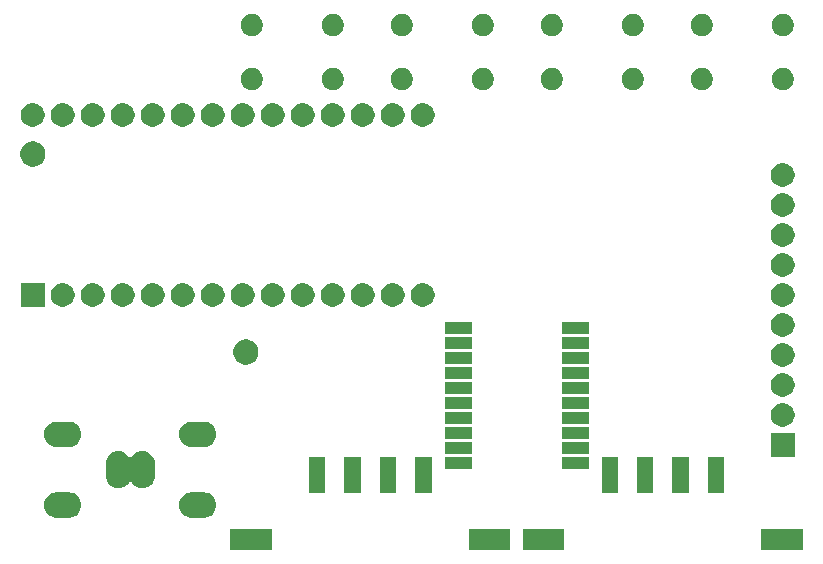
<source format=gbr>
G04 #@! TF.GenerationSoftware,KiCad,Pcbnew,5.0.2-bee76a0~70~ubuntu16.04.1*
G04 #@! TF.CreationDate,2019-08-01T21:54:42-04:00*
G04 #@! TF.ProjectId,Controller,436f6e74-726f-46c6-9c65-722e6b696361,rev?*
G04 #@! TF.SameCoordinates,PX5734380PY65bcec0*
G04 #@! TF.FileFunction,Soldermask,Bot*
G04 #@! TF.FilePolarity,Negative*
%FSLAX46Y46*%
G04 Gerber Fmt 4.6, Leading zero omitted, Abs format (unit mm)*
G04 Created by KiCad (PCBNEW 5.0.2-bee76a0~70~ubuntu16.04.1) date Thu 01 Aug 2019 09:54:42 PM EDT*
%MOMM*%
%LPD*%
G01*
G04 APERTURE LIST*
%ADD10C,0.100000*%
G04 APERTURE END LIST*
D10*
G36*
X67746000Y-46989700D02*
X64214000Y-46989700D01*
X64214000Y-45237700D01*
X67746000Y-45237700D01*
X67746000Y-46989700D01*
X67746000Y-46989700D01*
G37*
G36*
X47546000Y-46989700D02*
X44014000Y-46989700D01*
X44014000Y-45237700D01*
X47546000Y-45237700D01*
X47546000Y-46989700D01*
X47546000Y-46989700D01*
G37*
G36*
X42981000Y-46989700D02*
X39449000Y-46989700D01*
X39449000Y-45237700D01*
X42981000Y-45237700D01*
X42981000Y-46989700D01*
X42981000Y-46989700D01*
G37*
G36*
X22781000Y-46989700D02*
X19249000Y-46989700D01*
X19249000Y-45237700D01*
X22781000Y-45237700D01*
X22781000Y-46989700D01*
X22781000Y-46989700D01*
G37*
G36*
X5703114Y-42119176D02*
X5797168Y-42128439D01*
X5998299Y-42189451D01*
X6030899Y-42206876D01*
X6183662Y-42288529D01*
X6346133Y-42421867D01*
X6479471Y-42584338D01*
X6561124Y-42737101D01*
X6578549Y-42769701D01*
X6639561Y-42970832D01*
X6660162Y-43180000D01*
X6639561Y-43389168D01*
X6578549Y-43590299D01*
X6578546Y-43590304D01*
X6479471Y-43775662D01*
X6346133Y-43938133D01*
X6183662Y-44071471D01*
X6030899Y-44153124D01*
X5998299Y-44170549D01*
X5797168Y-44231561D01*
X5703114Y-44240824D01*
X5640413Y-44247000D01*
X4519587Y-44247000D01*
X4456886Y-44240824D01*
X4362832Y-44231561D01*
X4161701Y-44170549D01*
X4129101Y-44153124D01*
X3976338Y-44071471D01*
X3813867Y-43938133D01*
X3680529Y-43775662D01*
X3581454Y-43590304D01*
X3581451Y-43590299D01*
X3520439Y-43389168D01*
X3499838Y-43180000D01*
X3520439Y-42970832D01*
X3581451Y-42769701D01*
X3598876Y-42737101D01*
X3680529Y-42584338D01*
X3813867Y-42421867D01*
X3976338Y-42288529D01*
X4129101Y-42206876D01*
X4161701Y-42189451D01*
X4362832Y-42128439D01*
X4456886Y-42119176D01*
X4519587Y-42113000D01*
X5640413Y-42113000D01*
X5703114Y-42119176D01*
X5703114Y-42119176D01*
G37*
G36*
X17133114Y-42119176D02*
X17227168Y-42128439D01*
X17428299Y-42189451D01*
X17460899Y-42206876D01*
X17613662Y-42288529D01*
X17776133Y-42421867D01*
X17909471Y-42584338D01*
X17991124Y-42737101D01*
X18008549Y-42769701D01*
X18069561Y-42970832D01*
X18090162Y-43180000D01*
X18069561Y-43389168D01*
X18008549Y-43590299D01*
X18008546Y-43590304D01*
X17909471Y-43775662D01*
X17776133Y-43938133D01*
X17613662Y-44071471D01*
X17460899Y-44153124D01*
X17428299Y-44170549D01*
X17227168Y-44231561D01*
X17133114Y-44240824D01*
X17070413Y-44247000D01*
X15949587Y-44247000D01*
X15886886Y-44240824D01*
X15792832Y-44231561D01*
X15591701Y-44170549D01*
X15559101Y-44153124D01*
X15406338Y-44071471D01*
X15243867Y-43938133D01*
X15110529Y-43775662D01*
X15011454Y-43590304D01*
X15011451Y-43590299D01*
X14950439Y-43389168D01*
X14929838Y-43180000D01*
X14950439Y-42970832D01*
X15011451Y-42769701D01*
X15028876Y-42737101D01*
X15110529Y-42584338D01*
X15243867Y-42421867D01*
X15406338Y-42288529D01*
X15559101Y-42206876D01*
X15591701Y-42189451D01*
X15792832Y-42128439D01*
X15886886Y-42119176D01*
X15949587Y-42113000D01*
X17070413Y-42113000D01*
X17133114Y-42119176D01*
X17133114Y-42119176D01*
G37*
G36*
X58066000Y-42151500D02*
X56694000Y-42151500D01*
X56694000Y-39128500D01*
X58066000Y-39128500D01*
X58066000Y-42151500D01*
X58066000Y-42151500D01*
G37*
G36*
X36301000Y-42151500D02*
X34929000Y-42151500D01*
X34929000Y-39128500D01*
X36301000Y-39128500D01*
X36301000Y-42151500D01*
X36301000Y-42151500D01*
G37*
G36*
X33301000Y-42151500D02*
X31929000Y-42151500D01*
X31929000Y-39128500D01*
X33301000Y-39128500D01*
X33301000Y-42151500D01*
X33301000Y-42151500D01*
G37*
G36*
X30301000Y-42151500D02*
X28929000Y-42151500D01*
X28929000Y-39128500D01*
X30301000Y-39128500D01*
X30301000Y-42151500D01*
X30301000Y-42151500D01*
G37*
G36*
X27301000Y-42151500D02*
X25929000Y-42151500D01*
X25929000Y-39128500D01*
X27301000Y-39128500D01*
X27301000Y-42151500D01*
X27301000Y-42151500D01*
G37*
G36*
X52066000Y-42151500D02*
X50694000Y-42151500D01*
X50694000Y-39128500D01*
X52066000Y-39128500D01*
X52066000Y-42151500D01*
X52066000Y-42151500D01*
G37*
G36*
X55066000Y-42151500D02*
X53694000Y-42151500D01*
X53694000Y-39128500D01*
X55066000Y-39128500D01*
X55066000Y-42151500D01*
X55066000Y-42151500D01*
G37*
G36*
X61066000Y-42151500D02*
X59694000Y-42151500D01*
X59694000Y-39128500D01*
X61066000Y-39128500D01*
X61066000Y-42151500D01*
X61066000Y-42151500D01*
G37*
G36*
X12020167Y-38623239D02*
X12221298Y-38684251D01*
X12267025Y-38708692D01*
X12406661Y-38783329D01*
X12569133Y-38916667D01*
X12702471Y-39079138D01*
X12784124Y-39231901D01*
X12801549Y-39264501D01*
X12862561Y-39465632D01*
X12878000Y-39622389D01*
X12878000Y-40743211D01*
X12862561Y-40899968D01*
X12801549Y-41101099D01*
X12801546Y-41101104D01*
X12702471Y-41286462D01*
X12569133Y-41448933D01*
X12406662Y-41582271D01*
X12253899Y-41663924D01*
X12221299Y-41681349D01*
X12020168Y-41742361D01*
X11811000Y-41762962D01*
X11601833Y-41742361D01*
X11400702Y-41681349D01*
X11368102Y-41663924D01*
X11215339Y-41582271D01*
X11052868Y-41448933D01*
X10919530Y-41286461D01*
X10905239Y-41259726D01*
X10891625Y-41239352D01*
X10874298Y-41222025D01*
X10853923Y-41208411D01*
X10831284Y-41199034D01*
X10807250Y-41194254D01*
X10782746Y-41194254D01*
X10758713Y-41199035D01*
X10736074Y-41208413D01*
X10715700Y-41222027D01*
X10698373Y-41239354D01*
X10684759Y-41259728D01*
X10670468Y-41286465D01*
X10537133Y-41448933D01*
X10374662Y-41582271D01*
X10221899Y-41663924D01*
X10189299Y-41681349D01*
X9988168Y-41742361D01*
X9779000Y-41762962D01*
X9569833Y-41742361D01*
X9368702Y-41681349D01*
X9336102Y-41663924D01*
X9183339Y-41582271D01*
X9020868Y-41448933D01*
X8887531Y-41286463D01*
X8788453Y-41101101D01*
X8788452Y-41101099D01*
X8727439Y-40899968D01*
X8712000Y-40743211D01*
X8712000Y-39622390D01*
X8727439Y-39465633D01*
X8788451Y-39264502D01*
X8840799Y-39166566D01*
X8887529Y-39079139D01*
X9020867Y-38916667D01*
X9183338Y-38783329D01*
X9336101Y-38701676D01*
X9368701Y-38684251D01*
X9569832Y-38623239D01*
X9779000Y-38602638D01*
X9988167Y-38623239D01*
X10189298Y-38684251D01*
X10235025Y-38708692D01*
X10374661Y-38783329D01*
X10537133Y-38916667D01*
X10670468Y-39079135D01*
X10684759Y-39105872D01*
X10698373Y-39126246D01*
X10715700Y-39143574D01*
X10736075Y-39157188D01*
X10758714Y-39166565D01*
X10782747Y-39171346D01*
X10807251Y-39171346D01*
X10831285Y-39166566D01*
X10853924Y-39157189D01*
X10874298Y-39143575D01*
X10891626Y-39126248D01*
X10905240Y-39105873D01*
X10919530Y-39079138D01*
X11052867Y-38916667D01*
X11215338Y-38783329D01*
X11368101Y-38701676D01*
X11400701Y-38684251D01*
X11601832Y-38623239D01*
X11811000Y-38602638D01*
X12020167Y-38623239D01*
X12020167Y-38623239D01*
G37*
G36*
X39761160Y-40101520D02*
X37454840Y-40101520D01*
X37454840Y-39146480D01*
X39761160Y-39146480D01*
X39761160Y-40101520D01*
X39761160Y-40101520D01*
G37*
G36*
X49669700Y-40101520D02*
X47363380Y-40101520D01*
X47363380Y-39146480D01*
X49669700Y-39146480D01*
X49669700Y-40101520D01*
X49669700Y-40101520D01*
G37*
G36*
X67043500Y-39103500D02*
X65036500Y-39103500D01*
X65036500Y-37096500D01*
X67043500Y-37096500D01*
X67043500Y-39103500D01*
X67043500Y-39103500D01*
G37*
G36*
X49669700Y-38831520D02*
X47363380Y-38831520D01*
X47363380Y-37876480D01*
X49669700Y-37876480D01*
X49669700Y-38831520D01*
X49669700Y-38831520D01*
G37*
G36*
X39761160Y-38831520D02*
X37454840Y-38831520D01*
X37454840Y-37876480D01*
X39761160Y-37876480D01*
X39761160Y-38831520D01*
X39761160Y-38831520D01*
G37*
G36*
X5703114Y-36124776D02*
X5797168Y-36134039D01*
X5998299Y-36195051D01*
X6006985Y-36199694D01*
X6183662Y-36294129D01*
X6346133Y-36427467D01*
X6479471Y-36589938D01*
X6561124Y-36742701D01*
X6578549Y-36775301D01*
X6639561Y-36976432D01*
X6660162Y-37185600D01*
X6639561Y-37394768D01*
X6578549Y-37595899D01*
X6578546Y-37595904D01*
X6479471Y-37781262D01*
X6346133Y-37943733D01*
X6183662Y-38077071D01*
X6030899Y-38158724D01*
X5998299Y-38176149D01*
X5797168Y-38237161D01*
X5703114Y-38246424D01*
X5640413Y-38252600D01*
X4519587Y-38252600D01*
X4456886Y-38246424D01*
X4362832Y-38237161D01*
X4161701Y-38176149D01*
X4129101Y-38158724D01*
X3976338Y-38077071D01*
X3813867Y-37943733D01*
X3680529Y-37781262D01*
X3581454Y-37595904D01*
X3581451Y-37595899D01*
X3520439Y-37394768D01*
X3499838Y-37185600D01*
X3520439Y-36976432D01*
X3581451Y-36775301D01*
X3598876Y-36742701D01*
X3680529Y-36589938D01*
X3813867Y-36427467D01*
X3976338Y-36294129D01*
X4153015Y-36199694D01*
X4161701Y-36195051D01*
X4362832Y-36134039D01*
X4456886Y-36124776D01*
X4519587Y-36118600D01*
X5640413Y-36118600D01*
X5703114Y-36124776D01*
X5703114Y-36124776D01*
G37*
G36*
X17133114Y-36124776D02*
X17227168Y-36134039D01*
X17428299Y-36195051D01*
X17436985Y-36199694D01*
X17613662Y-36294129D01*
X17776133Y-36427467D01*
X17909471Y-36589938D01*
X17991124Y-36742701D01*
X18008549Y-36775301D01*
X18069561Y-36976432D01*
X18090162Y-37185600D01*
X18069561Y-37394768D01*
X18008549Y-37595899D01*
X18008546Y-37595904D01*
X17909471Y-37781262D01*
X17776133Y-37943733D01*
X17613662Y-38077071D01*
X17460899Y-38158724D01*
X17428299Y-38176149D01*
X17227168Y-38237161D01*
X17133114Y-38246424D01*
X17070413Y-38252600D01*
X15949587Y-38252600D01*
X15886886Y-38246424D01*
X15792832Y-38237161D01*
X15591701Y-38176149D01*
X15559101Y-38158724D01*
X15406338Y-38077071D01*
X15243867Y-37943733D01*
X15110529Y-37781262D01*
X15011454Y-37595904D01*
X15011451Y-37595899D01*
X14950439Y-37394768D01*
X14929838Y-37185600D01*
X14950439Y-36976432D01*
X15011451Y-36775301D01*
X15028876Y-36742701D01*
X15110529Y-36589938D01*
X15243867Y-36427467D01*
X15406338Y-36294129D01*
X15583015Y-36199694D01*
X15591701Y-36195051D01*
X15792832Y-36134039D01*
X15886886Y-36124776D01*
X15949587Y-36118600D01*
X17070413Y-36118600D01*
X17133114Y-36124776D01*
X17133114Y-36124776D01*
G37*
G36*
X49669700Y-37561520D02*
X47363380Y-37561520D01*
X47363380Y-36606480D01*
X49669700Y-36606480D01*
X49669700Y-37561520D01*
X49669700Y-37561520D01*
G37*
G36*
X39761160Y-37561520D02*
X37454840Y-37561520D01*
X37454840Y-36606480D01*
X39761160Y-36606480D01*
X39761160Y-37561520D01*
X39761160Y-37561520D01*
G37*
G36*
X66162988Y-34561304D02*
X66332710Y-34595063D01*
X66515336Y-34670709D01*
X66679694Y-34780530D01*
X66819470Y-34920306D01*
X66929291Y-35084664D01*
X67004937Y-35267290D01*
X67043500Y-35461164D01*
X67043500Y-35658836D01*
X67004937Y-35852710D01*
X66929291Y-36035336D01*
X66819470Y-36199694D01*
X66679694Y-36339470D01*
X66515336Y-36449291D01*
X66332710Y-36524937D01*
X66162988Y-36558696D01*
X66138837Y-36563500D01*
X65941163Y-36563500D01*
X65917012Y-36558696D01*
X65747290Y-36524937D01*
X65564664Y-36449291D01*
X65400306Y-36339470D01*
X65260530Y-36199694D01*
X65150709Y-36035336D01*
X65075063Y-35852710D01*
X65036500Y-35658836D01*
X65036500Y-35461164D01*
X65075063Y-35267290D01*
X65150709Y-35084664D01*
X65260530Y-34920306D01*
X65400306Y-34780530D01*
X65564664Y-34670709D01*
X65747290Y-34595063D01*
X65917012Y-34561304D01*
X65941163Y-34556500D01*
X66138837Y-34556500D01*
X66162988Y-34561304D01*
X66162988Y-34561304D01*
G37*
G36*
X39761160Y-36291520D02*
X37454840Y-36291520D01*
X37454840Y-35336480D01*
X39761160Y-35336480D01*
X39761160Y-36291520D01*
X39761160Y-36291520D01*
G37*
G36*
X49669700Y-36291520D02*
X47363380Y-36291520D01*
X47363380Y-35336480D01*
X49669700Y-35336480D01*
X49669700Y-36291520D01*
X49669700Y-36291520D01*
G37*
G36*
X49669700Y-35021520D02*
X47363380Y-35021520D01*
X47363380Y-34066480D01*
X49669700Y-34066480D01*
X49669700Y-35021520D01*
X49669700Y-35021520D01*
G37*
G36*
X39761160Y-35021520D02*
X37454840Y-35021520D01*
X37454840Y-34066480D01*
X39761160Y-34066480D01*
X39761160Y-35021520D01*
X39761160Y-35021520D01*
G37*
G36*
X66162988Y-32021304D02*
X66332710Y-32055063D01*
X66515336Y-32130709D01*
X66679694Y-32240530D01*
X66819470Y-32380306D01*
X66929291Y-32544664D01*
X67004937Y-32727290D01*
X67043500Y-32921164D01*
X67043500Y-33118836D01*
X67004937Y-33312710D01*
X66929291Y-33495336D01*
X66819470Y-33659694D01*
X66679694Y-33799470D01*
X66515336Y-33909291D01*
X66332710Y-33984937D01*
X66162988Y-34018696D01*
X66138837Y-34023500D01*
X65941163Y-34023500D01*
X65917012Y-34018696D01*
X65747290Y-33984937D01*
X65564664Y-33909291D01*
X65400306Y-33799470D01*
X65260530Y-33659694D01*
X65150709Y-33495336D01*
X65075063Y-33312710D01*
X65036500Y-33118836D01*
X65036500Y-32921164D01*
X65075063Y-32727290D01*
X65150709Y-32544664D01*
X65260530Y-32380306D01*
X65400306Y-32240530D01*
X65564664Y-32130709D01*
X65747290Y-32055063D01*
X65917012Y-32021304D01*
X65941163Y-32016500D01*
X66138837Y-32016500D01*
X66162988Y-32021304D01*
X66162988Y-32021304D01*
G37*
G36*
X39761160Y-33751520D02*
X37454840Y-33751520D01*
X37454840Y-32796480D01*
X39761160Y-32796480D01*
X39761160Y-33751520D01*
X39761160Y-33751520D01*
G37*
G36*
X49669700Y-33751520D02*
X47363380Y-33751520D01*
X47363380Y-32796480D01*
X49669700Y-32796480D01*
X49669700Y-33751520D01*
X49669700Y-33751520D01*
G37*
G36*
X49669700Y-32481520D02*
X47363380Y-32481520D01*
X47363380Y-31526480D01*
X49669700Y-31526480D01*
X49669700Y-32481520D01*
X49669700Y-32481520D01*
G37*
G36*
X39761160Y-32481520D02*
X37454840Y-32481520D01*
X37454840Y-31526480D01*
X39761160Y-31526480D01*
X39761160Y-32481520D01*
X39761160Y-32481520D01*
G37*
G36*
X66162988Y-29481304D02*
X66332710Y-29515063D01*
X66515336Y-29590709D01*
X66679694Y-29700530D01*
X66819470Y-29840306D01*
X66929291Y-30004664D01*
X67004937Y-30187290D01*
X67043500Y-30381164D01*
X67043500Y-30578836D01*
X67004937Y-30772710D01*
X66929291Y-30955336D01*
X66819470Y-31119694D01*
X66679694Y-31259470D01*
X66515336Y-31369291D01*
X66332710Y-31444937D01*
X66162988Y-31478696D01*
X66138837Y-31483500D01*
X65941163Y-31483500D01*
X65917012Y-31478696D01*
X65747290Y-31444937D01*
X65564664Y-31369291D01*
X65400306Y-31259470D01*
X65260530Y-31119694D01*
X65150709Y-30955336D01*
X65075063Y-30772710D01*
X65036500Y-30578836D01*
X65036500Y-30381164D01*
X65075063Y-30187290D01*
X65150709Y-30004664D01*
X65260530Y-29840306D01*
X65400306Y-29700530D01*
X65564664Y-29590709D01*
X65747290Y-29515063D01*
X65917012Y-29481304D01*
X65941163Y-29476500D01*
X66138837Y-29476500D01*
X66162988Y-29481304D01*
X66162988Y-29481304D01*
G37*
G36*
X20885231Y-29200003D02*
X21079415Y-29280437D01*
X21254176Y-29397209D01*
X21402791Y-29545824D01*
X21519563Y-29720585D01*
X21599997Y-29914769D01*
X21641000Y-30120908D01*
X21641000Y-30331092D01*
X21599997Y-30537231D01*
X21519563Y-30731415D01*
X21402791Y-30906176D01*
X21254176Y-31054791D01*
X21079415Y-31171563D01*
X20885231Y-31251997D01*
X20679092Y-31293000D01*
X20468908Y-31293000D01*
X20262769Y-31251997D01*
X20068585Y-31171563D01*
X19893824Y-31054791D01*
X19745209Y-30906176D01*
X19628437Y-30731415D01*
X19548003Y-30537231D01*
X19507000Y-30331092D01*
X19507000Y-30120908D01*
X19548003Y-29914769D01*
X19628437Y-29720585D01*
X19745209Y-29545824D01*
X19893824Y-29397209D01*
X20068585Y-29280437D01*
X20262769Y-29200003D01*
X20468908Y-29159000D01*
X20679092Y-29159000D01*
X20885231Y-29200003D01*
X20885231Y-29200003D01*
G37*
G36*
X39761160Y-31211520D02*
X37454840Y-31211520D01*
X37454840Y-30256480D01*
X39761160Y-30256480D01*
X39761160Y-31211520D01*
X39761160Y-31211520D01*
G37*
G36*
X49669700Y-31211520D02*
X47363380Y-31211520D01*
X47363380Y-30256480D01*
X49669700Y-30256480D01*
X49669700Y-31211520D01*
X49669700Y-31211520D01*
G37*
G36*
X39761160Y-29941520D02*
X37454840Y-29941520D01*
X37454840Y-28986480D01*
X39761160Y-28986480D01*
X39761160Y-29941520D01*
X39761160Y-29941520D01*
G37*
G36*
X49669700Y-29941520D02*
X47363380Y-29941520D01*
X47363380Y-28986480D01*
X49669700Y-28986480D01*
X49669700Y-29941520D01*
X49669700Y-29941520D01*
G37*
G36*
X66162988Y-26941304D02*
X66332710Y-26975063D01*
X66515336Y-27050709D01*
X66679694Y-27160530D01*
X66819470Y-27300306D01*
X66929291Y-27464664D01*
X67004937Y-27647290D01*
X67043500Y-27841164D01*
X67043500Y-28038836D01*
X67004937Y-28232710D01*
X66929291Y-28415336D01*
X66819470Y-28579694D01*
X66679694Y-28719470D01*
X66515336Y-28829291D01*
X66332710Y-28904937D01*
X66162988Y-28938696D01*
X66138837Y-28943500D01*
X65941163Y-28943500D01*
X65917012Y-28938696D01*
X65747290Y-28904937D01*
X65564664Y-28829291D01*
X65400306Y-28719470D01*
X65260530Y-28579694D01*
X65150709Y-28415336D01*
X65075063Y-28232710D01*
X65036500Y-28038836D01*
X65036500Y-27841164D01*
X65075063Y-27647290D01*
X65150709Y-27464664D01*
X65260530Y-27300306D01*
X65400306Y-27160530D01*
X65564664Y-27050709D01*
X65747290Y-26975063D01*
X65917012Y-26941304D01*
X65941163Y-26936500D01*
X66138837Y-26936500D01*
X66162988Y-26941304D01*
X66162988Y-26941304D01*
G37*
G36*
X39761160Y-28671520D02*
X37454840Y-28671520D01*
X37454840Y-27716480D01*
X39761160Y-27716480D01*
X39761160Y-28671520D01*
X39761160Y-28671520D01*
G37*
G36*
X49669700Y-28671520D02*
X47363380Y-28671520D01*
X47363380Y-27716480D01*
X49669700Y-27716480D01*
X49669700Y-28671520D01*
X49669700Y-28671520D01*
G37*
G36*
X66162988Y-24401304D02*
X66332710Y-24435063D01*
X66515336Y-24510709D01*
X66679694Y-24620530D01*
X66819470Y-24760306D01*
X66929291Y-24924664D01*
X67004937Y-25107290D01*
X67043500Y-25301164D01*
X67043500Y-25498836D01*
X67004937Y-25692710D01*
X66929291Y-25875336D01*
X66819470Y-26039694D01*
X66679694Y-26179470D01*
X66515336Y-26289291D01*
X66332710Y-26364937D01*
X66162988Y-26398696D01*
X66138837Y-26403500D01*
X65941163Y-26403500D01*
X65917012Y-26398696D01*
X65747290Y-26364937D01*
X65564664Y-26289291D01*
X65400306Y-26179470D01*
X65260530Y-26039694D01*
X65150709Y-25875336D01*
X65075063Y-25692710D01*
X65036500Y-25498836D01*
X65036500Y-25301164D01*
X65075063Y-25107290D01*
X65150709Y-24924664D01*
X65260530Y-24760306D01*
X65400306Y-24620530D01*
X65564664Y-24510709D01*
X65747290Y-24435063D01*
X65917012Y-24401304D01*
X65941163Y-24396500D01*
X66138837Y-24396500D01*
X66162988Y-24401304D01*
X66162988Y-24401304D01*
G37*
G36*
X15362988Y-24401304D02*
X15532710Y-24435063D01*
X15715336Y-24510709D01*
X15879694Y-24620530D01*
X16019470Y-24760306D01*
X16129291Y-24924664D01*
X16204937Y-25107290D01*
X16243500Y-25301164D01*
X16243500Y-25498836D01*
X16204937Y-25692710D01*
X16129291Y-25875336D01*
X16019470Y-26039694D01*
X15879694Y-26179470D01*
X15715336Y-26289291D01*
X15532710Y-26364937D01*
X15362988Y-26398696D01*
X15338837Y-26403500D01*
X15141163Y-26403500D01*
X15117012Y-26398696D01*
X14947290Y-26364937D01*
X14764664Y-26289291D01*
X14600306Y-26179470D01*
X14460530Y-26039694D01*
X14350709Y-25875336D01*
X14275063Y-25692710D01*
X14236500Y-25498836D01*
X14236500Y-25301164D01*
X14275063Y-25107290D01*
X14350709Y-24924664D01*
X14460530Y-24760306D01*
X14600306Y-24620530D01*
X14764664Y-24510709D01*
X14947290Y-24435063D01*
X15117012Y-24401304D01*
X15141163Y-24396500D01*
X15338837Y-24396500D01*
X15362988Y-24401304D01*
X15362988Y-24401304D01*
G37*
G36*
X30602988Y-24401304D02*
X30772710Y-24435063D01*
X30955336Y-24510709D01*
X31119694Y-24620530D01*
X31259470Y-24760306D01*
X31369291Y-24924664D01*
X31444937Y-25107290D01*
X31483500Y-25301164D01*
X31483500Y-25498836D01*
X31444937Y-25692710D01*
X31369291Y-25875336D01*
X31259470Y-26039694D01*
X31119694Y-26179470D01*
X30955336Y-26289291D01*
X30772710Y-26364937D01*
X30602988Y-26398696D01*
X30578837Y-26403500D01*
X30381163Y-26403500D01*
X30357012Y-26398696D01*
X30187290Y-26364937D01*
X30004664Y-26289291D01*
X29840306Y-26179470D01*
X29700530Y-26039694D01*
X29590709Y-25875336D01*
X29515063Y-25692710D01*
X29476500Y-25498836D01*
X29476500Y-25301164D01*
X29515063Y-25107290D01*
X29590709Y-24924664D01*
X29700530Y-24760306D01*
X29840306Y-24620530D01*
X30004664Y-24510709D01*
X30187290Y-24435063D01*
X30357012Y-24401304D01*
X30381163Y-24396500D01*
X30578837Y-24396500D01*
X30602988Y-24401304D01*
X30602988Y-24401304D01*
G37*
G36*
X12822988Y-24401304D02*
X12992710Y-24435063D01*
X13175336Y-24510709D01*
X13339694Y-24620530D01*
X13479470Y-24760306D01*
X13589291Y-24924664D01*
X13664937Y-25107290D01*
X13703500Y-25301164D01*
X13703500Y-25498836D01*
X13664937Y-25692710D01*
X13589291Y-25875336D01*
X13479470Y-26039694D01*
X13339694Y-26179470D01*
X13175336Y-26289291D01*
X12992710Y-26364937D01*
X12822988Y-26398696D01*
X12798837Y-26403500D01*
X12601163Y-26403500D01*
X12577012Y-26398696D01*
X12407290Y-26364937D01*
X12224664Y-26289291D01*
X12060306Y-26179470D01*
X11920530Y-26039694D01*
X11810709Y-25875336D01*
X11735063Y-25692710D01*
X11696500Y-25498836D01*
X11696500Y-25301164D01*
X11735063Y-25107290D01*
X11810709Y-24924664D01*
X11920530Y-24760306D01*
X12060306Y-24620530D01*
X12224664Y-24510709D01*
X12407290Y-24435063D01*
X12577012Y-24401304D01*
X12601163Y-24396500D01*
X12798837Y-24396500D01*
X12822988Y-24401304D01*
X12822988Y-24401304D01*
G37*
G36*
X10282988Y-24401304D02*
X10452710Y-24435063D01*
X10635336Y-24510709D01*
X10799694Y-24620530D01*
X10939470Y-24760306D01*
X11049291Y-24924664D01*
X11124937Y-25107290D01*
X11163500Y-25301164D01*
X11163500Y-25498836D01*
X11124937Y-25692710D01*
X11049291Y-25875336D01*
X10939470Y-26039694D01*
X10799694Y-26179470D01*
X10635336Y-26289291D01*
X10452710Y-26364937D01*
X10282988Y-26398696D01*
X10258837Y-26403500D01*
X10061163Y-26403500D01*
X10037012Y-26398696D01*
X9867290Y-26364937D01*
X9684664Y-26289291D01*
X9520306Y-26179470D01*
X9380530Y-26039694D01*
X9270709Y-25875336D01*
X9195063Y-25692710D01*
X9156500Y-25498836D01*
X9156500Y-25301164D01*
X9195063Y-25107290D01*
X9270709Y-24924664D01*
X9380530Y-24760306D01*
X9520306Y-24620530D01*
X9684664Y-24510709D01*
X9867290Y-24435063D01*
X10037012Y-24401304D01*
X10061163Y-24396500D01*
X10258837Y-24396500D01*
X10282988Y-24401304D01*
X10282988Y-24401304D01*
G37*
G36*
X7742988Y-24401304D02*
X7912710Y-24435063D01*
X8095336Y-24510709D01*
X8259694Y-24620530D01*
X8399470Y-24760306D01*
X8509291Y-24924664D01*
X8584937Y-25107290D01*
X8623500Y-25301164D01*
X8623500Y-25498836D01*
X8584937Y-25692710D01*
X8509291Y-25875336D01*
X8399470Y-26039694D01*
X8259694Y-26179470D01*
X8095336Y-26289291D01*
X7912710Y-26364937D01*
X7742988Y-26398696D01*
X7718837Y-26403500D01*
X7521163Y-26403500D01*
X7497012Y-26398696D01*
X7327290Y-26364937D01*
X7144664Y-26289291D01*
X6980306Y-26179470D01*
X6840530Y-26039694D01*
X6730709Y-25875336D01*
X6655063Y-25692710D01*
X6616500Y-25498836D01*
X6616500Y-25301164D01*
X6655063Y-25107290D01*
X6730709Y-24924664D01*
X6840530Y-24760306D01*
X6980306Y-24620530D01*
X7144664Y-24510709D01*
X7327290Y-24435063D01*
X7497012Y-24401304D01*
X7521163Y-24396500D01*
X7718837Y-24396500D01*
X7742988Y-24401304D01*
X7742988Y-24401304D01*
G37*
G36*
X5202988Y-24401304D02*
X5372710Y-24435063D01*
X5555336Y-24510709D01*
X5719694Y-24620530D01*
X5859470Y-24760306D01*
X5969291Y-24924664D01*
X6044937Y-25107290D01*
X6083500Y-25301164D01*
X6083500Y-25498836D01*
X6044937Y-25692710D01*
X5969291Y-25875336D01*
X5859470Y-26039694D01*
X5719694Y-26179470D01*
X5555336Y-26289291D01*
X5372710Y-26364937D01*
X5202988Y-26398696D01*
X5178837Y-26403500D01*
X4981163Y-26403500D01*
X4957012Y-26398696D01*
X4787290Y-26364937D01*
X4604664Y-26289291D01*
X4440306Y-26179470D01*
X4300530Y-26039694D01*
X4190709Y-25875336D01*
X4115063Y-25692710D01*
X4076500Y-25498836D01*
X4076500Y-25301164D01*
X4115063Y-25107290D01*
X4190709Y-24924664D01*
X4300530Y-24760306D01*
X4440306Y-24620530D01*
X4604664Y-24510709D01*
X4787290Y-24435063D01*
X4957012Y-24401304D01*
X4981163Y-24396500D01*
X5178837Y-24396500D01*
X5202988Y-24401304D01*
X5202988Y-24401304D01*
G37*
G36*
X3543500Y-26403500D02*
X1536500Y-26403500D01*
X1536500Y-24396500D01*
X3543500Y-24396500D01*
X3543500Y-26403500D01*
X3543500Y-26403500D01*
G37*
G36*
X20442988Y-24401304D02*
X20612710Y-24435063D01*
X20795336Y-24510709D01*
X20959694Y-24620530D01*
X21099470Y-24760306D01*
X21209291Y-24924664D01*
X21284937Y-25107290D01*
X21323500Y-25301164D01*
X21323500Y-25498836D01*
X21284937Y-25692710D01*
X21209291Y-25875336D01*
X21099470Y-26039694D01*
X20959694Y-26179470D01*
X20795336Y-26289291D01*
X20612710Y-26364937D01*
X20442988Y-26398696D01*
X20418837Y-26403500D01*
X20221163Y-26403500D01*
X20197012Y-26398696D01*
X20027290Y-26364937D01*
X19844664Y-26289291D01*
X19680306Y-26179470D01*
X19540530Y-26039694D01*
X19430709Y-25875336D01*
X19355063Y-25692710D01*
X19316500Y-25498836D01*
X19316500Y-25301164D01*
X19355063Y-25107290D01*
X19430709Y-24924664D01*
X19540530Y-24760306D01*
X19680306Y-24620530D01*
X19844664Y-24510709D01*
X20027290Y-24435063D01*
X20197012Y-24401304D01*
X20221163Y-24396500D01*
X20418837Y-24396500D01*
X20442988Y-24401304D01*
X20442988Y-24401304D01*
G37*
G36*
X22982988Y-24401304D02*
X23152710Y-24435063D01*
X23335336Y-24510709D01*
X23499694Y-24620530D01*
X23639470Y-24760306D01*
X23749291Y-24924664D01*
X23824937Y-25107290D01*
X23863500Y-25301164D01*
X23863500Y-25498836D01*
X23824937Y-25692710D01*
X23749291Y-25875336D01*
X23639470Y-26039694D01*
X23499694Y-26179470D01*
X23335336Y-26289291D01*
X23152710Y-26364937D01*
X22982988Y-26398696D01*
X22958837Y-26403500D01*
X22761163Y-26403500D01*
X22737012Y-26398696D01*
X22567290Y-26364937D01*
X22384664Y-26289291D01*
X22220306Y-26179470D01*
X22080530Y-26039694D01*
X21970709Y-25875336D01*
X21895063Y-25692710D01*
X21856500Y-25498836D01*
X21856500Y-25301164D01*
X21895063Y-25107290D01*
X21970709Y-24924664D01*
X22080530Y-24760306D01*
X22220306Y-24620530D01*
X22384664Y-24510709D01*
X22567290Y-24435063D01*
X22737012Y-24401304D01*
X22761163Y-24396500D01*
X22958837Y-24396500D01*
X22982988Y-24401304D01*
X22982988Y-24401304D01*
G37*
G36*
X25522988Y-24401304D02*
X25692710Y-24435063D01*
X25875336Y-24510709D01*
X26039694Y-24620530D01*
X26179470Y-24760306D01*
X26289291Y-24924664D01*
X26364937Y-25107290D01*
X26403500Y-25301164D01*
X26403500Y-25498836D01*
X26364937Y-25692710D01*
X26289291Y-25875336D01*
X26179470Y-26039694D01*
X26039694Y-26179470D01*
X25875336Y-26289291D01*
X25692710Y-26364937D01*
X25522988Y-26398696D01*
X25498837Y-26403500D01*
X25301163Y-26403500D01*
X25277012Y-26398696D01*
X25107290Y-26364937D01*
X24924664Y-26289291D01*
X24760306Y-26179470D01*
X24620530Y-26039694D01*
X24510709Y-25875336D01*
X24435063Y-25692710D01*
X24396500Y-25498836D01*
X24396500Y-25301164D01*
X24435063Y-25107290D01*
X24510709Y-24924664D01*
X24620530Y-24760306D01*
X24760306Y-24620530D01*
X24924664Y-24510709D01*
X25107290Y-24435063D01*
X25277012Y-24401304D01*
X25301163Y-24396500D01*
X25498837Y-24396500D01*
X25522988Y-24401304D01*
X25522988Y-24401304D01*
G37*
G36*
X28062988Y-24401304D02*
X28232710Y-24435063D01*
X28415336Y-24510709D01*
X28579694Y-24620530D01*
X28719470Y-24760306D01*
X28829291Y-24924664D01*
X28904937Y-25107290D01*
X28943500Y-25301164D01*
X28943500Y-25498836D01*
X28904937Y-25692710D01*
X28829291Y-25875336D01*
X28719470Y-26039694D01*
X28579694Y-26179470D01*
X28415336Y-26289291D01*
X28232710Y-26364937D01*
X28062988Y-26398696D01*
X28038837Y-26403500D01*
X27841163Y-26403500D01*
X27817012Y-26398696D01*
X27647290Y-26364937D01*
X27464664Y-26289291D01*
X27300306Y-26179470D01*
X27160530Y-26039694D01*
X27050709Y-25875336D01*
X26975063Y-25692710D01*
X26936500Y-25498836D01*
X26936500Y-25301164D01*
X26975063Y-25107290D01*
X27050709Y-24924664D01*
X27160530Y-24760306D01*
X27300306Y-24620530D01*
X27464664Y-24510709D01*
X27647290Y-24435063D01*
X27817012Y-24401304D01*
X27841163Y-24396500D01*
X28038837Y-24396500D01*
X28062988Y-24401304D01*
X28062988Y-24401304D01*
G37*
G36*
X33142988Y-24401304D02*
X33312710Y-24435063D01*
X33495336Y-24510709D01*
X33659694Y-24620530D01*
X33799470Y-24760306D01*
X33909291Y-24924664D01*
X33984937Y-25107290D01*
X34023500Y-25301164D01*
X34023500Y-25498836D01*
X33984937Y-25692710D01*
X33909291Y-25875336D01*
X33799470Y-26039694D01*
X33659694Y-26179470D01*
X33495336Y-26289291D01*
X33312710Y-26364937D01*
X33142988Y-26398696D01*
X33118837Y-26403500D01*
X32921163Y-26403500D01*
X32897012Y-26398696D01*
X32727290Y-26364937D01*
X32544664Y-26289291D01*
X32380306Y-26179470D01*
X32240530Y-26039694D01*
X32130709Y-25875336D01*
X32055063Y-25692710D01*
X32016500Y-25498836D01*
X32016500Y-25301164D01*
X32055063Y-25107290D01*
X32130709Y-24924664D01*
X32240530Y-24760306D01*
X32380306Y-24620530D01*
X32544664Y-24510709D01*
X32727290Y-24435063D01*
X32897012Y-24401304D01*
X32921163Y-24396500D01*
X33118837Y-24396500D01*
X33142988Y-24401304D01*
X33142988Y-24401304D01*
G37*
G36*
X35682988Y-24401304D02*
X35852710Y-24435063D01*
X36035336Y-24510709D01*
X36199694Y-24620530D01*
X36339470Y-24760306D01*
X36449291Y-24924664D01*
X36524937Y-25107290D01*
X36563500Y-25301164D01*
X36563500Y-25498836D01*
X36524937Y-25692710D01*
X36449291Y-25875336D01*
X36339470Y-26039694D01*
X36199694Y-26179470D01*
X36035336Y-26289291D01*
X35852710Y-26364937D01*
X35682988Y-26398696D01*
X35658837Y-26403500D01*
X35461163Y-26403500D01*
X35437012Y-26398696D01*
X35267290Y-26364937D01*
X35084664Y-26289291D01*
X34920306Y-26179470D01*
X34780530Y-26039694D01*
X34670709Y-25875336D01*
X34595063Y-25692710D01*
X34556500Y-25498836D01*
X34556500Y-25301164D01*
X34595063Y-25107290D01*
X34670709Y-24924664D01*
X34780530Y-24760306D01*
X34920306Y-24620530D01*
X35084664Y-24510709D01*
X35267290Y-24435063D01*
X35437012Y-24401304D01*
X35461163Y-24396500D01*
X35658837Y-24396500D01*
X35682988Y-24401304D01*
X35682988Y-24401304D01*
G37*
G36*
X17902988Y-24401304D02*
X18072710Y-24435063D01*
X18255336Y-24510709D01*
X18419694Y-24620530D01*
X18559470Y-24760306D01*
X18669291Y-24924664D01*
X18744937Y-25107290D01*
X18783500Y-25301164D01*
X18783500Y-25498836D01*
X18744937Y-25692710D01*
X18669291Y-25875336D01*
X18559470Y-26039694D01*
X18419694Y-26179470D01*
X18255336Y-26289291D01*
X18072710Y-26364937D01*
X17902988Y-26398696D01*
X17878837Y-26403500D01*
X17681163Y-26403500D01*
X17657012Y-26398696D01*
X17487290Y-26364937D01*
X17304664Y-26289291D01*
X17140306Y-26179470D01*
X17000530Y-26039694D01*
X16890709Y-25875336D01*
X16815063Y-25692710D01*
X16776500Y-25498836D01*
X16776500Y-25301164D01*
X16815063Y-25107290D01*
X16890709Y-24924664D01*
X17000530Y-24760306D01*
X17140306Y-24620530D01*
X17304664Y-24510709D01*
X17487290Y-24435063D01*
X17657012Y-24401304D01*
X17681163Y-24396500D01*
X17878837Y-24396500D01*
X17902988Y-24401304D01*
X17902988Y-24401304D01*
G37*
G36*
X66162988Y-21861304D02*
X66332710Y-21895063D01*
X66515336Y-21970709D01*
X66679694Y-22080530D01*
X66819470Y-22220306D01*
X66929291Y-22384664D01*
X67004937Y-22567290D01*
X67043500Y-22761164D01*
X67043500Y-22958836D01*
X67004937Y-23152710D01*
X66929291Y-23335336D01*
X66819470Y-23499694D01*
X66679694Y-23639470D01*
X66515336Y-23749291D01*
X66332710Y-23824937D01*
X66162988Y-23858696D01*
X66138837Y-23863500D01*
X65941163Y-23863500D01*
X65917012Y-23858696D01*
X65747290Y-23824937D01*
X65564664Y-23749291D01*
X65400306Y-23639470D01*
X65260530Y-23499694D01*
X65150709Y-23335336D01*
X65075063Y-23152710D01*
X65036500Y-22958836D01*
X65036500Y-22761164D01*
X65075063Y-22567290D01*
X65150709Y-22384664D01*
X65260530Y-22220306D01*
X65400306Y-22080530D01*
X65564664Y-21970709D01*
X65747290Y-21895063D01*
X65917012Y-21861304D01*
X65941163Y-21856500D01*
X66138837Y-21856500D01*
X66162988Y-21861304D01*
X66162988Y-21861304D01*
G37*
G36*
X66162988Y-19321304D02*
X66332710Y-19355063D01*
X66515336Y-19430709D01*
X66679694Y-19540530D01*
X66819470Y-19680306D01*
X66929291Y-19844664D01*
X67004937Y-20027290D01*
X67043500Y-20221164D01*
X67043500Y-20418836D01*
X67004937Y-20612710D01*
X66929291Y-20795336D01*
X66819470Y-20959694D01*
X66679694Y-21099470D01*
X66515336Y-21209291D01*
X66332710Y-21284937D01*
X66162988Y-21318696D01*
X66138837Y-21323500D01*
X65941163Y-21323500D01*
X65917012Y-21318696D01*
X65747290Y-21284937D01*
X65564664Y-21209291D01*
X65400306Y-21099470D01*
X65260530Y-20959694D01*
X65150709Y-20795336D01*
X65075063Y-20612710D01*
X65036500Y-20418836D01*
X65036500Y-20221164D01*
X65075063Y-20027290D01*
X65150709Y-19844664D01*
X65260530Y-19680306D01*
X65400306Y-19540530D01*
X65564664Y-19430709D01*
X65747290Y-19355063D01*
X65917012Y-19321304D01*
X65941163Y-19316500D01*
X66138837Y-19316500D01*
X66162988Y-19321304D01*
X66162988Y-19321304D01*
G37*
G36*
X66162988Y-16781304D02*
X66332710Y-16815063D01*
X66515336Y-16890709D01*
X66679694Y-17000530D01*
X66819470Y-17140306D01*
X66929291Y-17304664D01*
X67004937Y-17487290D01*
X67043500Y-17681164D01*
X67043500Y-17878836D01*
X67004937Y-18072710D01*
X66929291Y-18255336D01*
X66819470Y-18419694D01*
X66679694Y-18559470D01*
X66515336Y-18669291D01*
X66332710Y-18744937D01*
X66162988Y-18778696D01*
X66138837Y-18783500D01*
X65941163Y-18783500D01*
X65917012Y-18778696D01*
X65747290Y-18744937D01*
X65564664Y-18669291D01*
X65400306Y-18559470D01*
X65260530Y-18419694D01*
X65150709Y-18255336D01*
X65075063Y-18072710D01*
X65036500Y-17878836D01*
X65036500Y-17681164D01*
X65075063Y-17487290D01*
X65150709Y-17304664D01*
X65260530Y-17140306D01*
X65400306Y-17000530D01*
X65564664Y-16890709D01*
X65747290Y-16815063D01*
X65917012Y-16781304D01*
X65941163Y-16776500D01*
X66138837Y-16776500D01*
X66162988Y-16781304D01*
X66162988Y-16781304D01*
G37*
G36*
X66162988Y-14241304D02*
X66332710Y-14275063D01*
X66515336Y-14350709D01*
X66679694Y-14460530D01*
X66819470Y-14600306D01*
X66929291Y-14764664D01*
X67004937Y-14947290D01*
X67043500Y-15141164D01*
X67043500Y-15338836D01*
X67004937Y-15532710D01*
X66929291Y-15715336D01*
X66819470Y-15879694D01*
X66679694Y-16019470D01*
X66515336Y-16129291D01*
X66332710Y-16204937D01*
X66162988Y-16238696D01*
X66138837Y-16243500D01*
X65941163Y-16243500D01*
X65917012Y-16238696D01*
X65747290Y-16204937D01*
X65564664Y-16129291D01*
X65400306Y-16019470D01*
X65260530Y-15879694D01*
X65150709Y-15715336D01*
X65075063Y-15532710D01*
X65036500Y-15338836D01*
X65036500Y-15141164D01*
X65075063Y-14947290D01*
X65150709Y-14764664D01*
X65260530Y-14600306D01*
X65400306Y-14460530D01*
X65564664Y-14350709D01*
X65747290Y-14275063D01*
X65917012Y-14241304D01*
X65941163Y-14236500D01*
X66138837Y-14236500D01*
X66162988Y-14241304D01*
X66162988Y-14241304D01*
G37*
G36*
X2851231Y-12436003D02*
X3045415Y-12516437D01*
X3220176Y-12633209D01*
X3368791Y-12781824D01*
X3485563Y-12956585D01*
X3565997Y-13150769D01*
X3607000Y-13356908D01*
X3607000Y-13567092D01*
X3565997Y-13773231D01*
X3485563Y-13967415D01*
X3368791Y-14142176D01*
X3220176Y-14290791D01*
X3045415Y-14407563D01*
X2851231Y-14487997D01*
X2645092Y-14529000D01*
X2434908Y-14529000D01*
X2228769Y-14487997D01*
X2034585Y-14407563D01*
X1859824Y-14290791D01*
X1711209Y-14142176D01*
X1594437Y-13967415D01*
X1514003Y-13773231D01*
X1473000Y-13567092D01*
X1473000Y-13356908D01*
X1514003Y-13150769D01*
X1594437Y-12956585D01*
X1711209Y-12781824D01*
X1859824Y-12633209D01*
X2034585Y-12516437D01*
X2228769Y-12436003D01*
X2434908Y-12395000D01*
X2645092Y-12395000D01*
X2851231Y-12436003D01*
X2851231Y-12436003D01*
G37*
G36*
X25522988Y-9161304D02*
X25692710Y-9195063D01*
X25875336Y-9270709D01*
X26039694Y-9380530D01*
X26179470Y-9520306D01*
X26289291Y-9684664D01*
X26364937Y-9867290D01*
X26403500Y-10061164D01*
X26403500Y-10258836D01*
X26364937Y-10452710D01*
X26289291Y-10635336D01*
X26179470Y-10799694D01*
X26039694Y-10939470D01*
X25875336Y-11049291D01*
X25692710Y-11124937D01*
X25522988Y-11158696D01*
X25498837Y-11163500D01*
X25301163Y-11163500D01*
X25277012Y-11158696D01*
X25107290Y-11124937D01*
X24924664Y-11049291D01*
X24760306Y-10939470D01*
X24620530Y-10799694D01*
X24510709Y-10635336D01*
X24435063Y-10452710D01*
X24396500Y-10258836D01*
X24396500Y-10061164D01*
X24435063Y-9867290D01*
X24510709Y-9684664D01*
X24620530Y-9520306D01*
X24760306Y-9380530D01*
X24924664Y-9270709D01*
X25107290Y-9195063D01*
X25277012Y-9161304D01*
X25301163Y-9156500D01*
X25498837Y-9156500D01*
X25522988Y-9161304D01*
X25522988Y-9161304D01*
G37*
G36*
X33142988Y-9161304D02*
X33312710Y-9195063D01*
X33495336Y-9270709D01*
X33659694Y-9380530D01*
X33799470Y-9520306D01*
X33909291Y-9684664D01*
X33984937Y-9867290D01*
X34023500Y-10061164D01*
X34023500Y-10258836D01*
X33984937Y-10452710D01*
X33909291Y-10635336D01*
X33799470Y-10799694D01*
X33659694Y-10939470D01*
X33495336Y-11049291D01*
X33312710Y-11124937D01*
X33142988Y-11158696D01*
X33118837Y-11163500D01*
X32921163Y-11163500D01*
X32897012Y-11158696D01*
X32727290Y-11124937D01*
X32544664Y-11049291D01*
X32380306Y-10939470D01*
X32240530Y-10799694D01*
X32130709Y-10635336D01*
X32055063Y-10452710D01*
X32016500Y-10258836D01*
X32016500Y-10061164D01*
X32055063Y-9867290D01*
X32130709Y-9684664D01*
X32240530Y-9520306D01*
X32380306Y-9380530D01*
X32544664Y-9270709D01*
X32727290Y-9195063D01*
X32897012Y-9161304D01*
X32921163Y-9156500D01*
X33118837Y-9156500D01*
X33142988Y-9161304D01*
X33142988Y-9161304D01*
G37*
G36*
X28062988Y-9161304D02*
X28232710Y-9195063D01*
X28415336Y-9270709D01*
X28579694Y-9380530D01*
X28719470Y-9520306D01*
X28829291Y-9684664D01*
X28904937Y-9867290D01*
X28943500Y-10061164D01*
X28943500Y-10258836D01*
X28904937Y-10452710D01*
X28829291Y-10635336D01*
X28719470Y-10799694D01*
X28579694Y-10939470D01*
X28415336Y-11049291D01*
X28232710Y-11124937D01*
X28062988Y-11158696D01*
X28038837Y-11163500D01*
X27841163Y-11163500D01*
X27817012Y-11158696D01*
X27647290Y-11124937D01*
X27464664Y-11049291D01*
X27300306Y-10939470D01*
X27160530Y-10799694D01*
X27050709Y-10635336D01*
X26975063Y-10452710D01*
X26936500Y-10258836D01*
X26936500Y-10061164D01*
X26975063Y-9867290D01*
X27050709Y-9684664D01*
X27160530Y-9520306D01*
X27300306Y-9380530D01*
X27464664Y-9270709D01*
X27647290Y-9195063D01*
X27817012Y-9161304D01*
X27841163Y-9156500D01*
X28038837Y-9156500D01*
X28062988Y-9161304D01*
X28062988Y-9161304D01*
G37*
G36*
X35682988Y-9161304D02*
X35852710Y-9195063D01*
X36035336Y-9270709D01*
X36199694Y-9380530D01*
X36339470Y-9520306D01*
X36449291Y-9684664D01*
X36524937Y-9867290D01*
X36563500Y-10061164D01*
X36563500Y-10258836D01*
X36524937Y-10452710D01*
X36449291Y-10635336D01*
X36339470Y-10799694D01*
X36199694Y-10939470D01*
X36035336Y-11049291D01*
X35852710Y-11124937D01*
X35682988Y-11158696D01*
X35658837Y-11163500D01*
X35461163Y-11163500D01*
X35437012Y-11158696D01*
X35267290Y-11124937D01*
X35084664Y-11049291D01*
X34920306Y-10939470D01*
X34780530Y-10799694D01*
X34670709Y-10635336D01*
X34595063Y-10452710D01*
X34556500Y-10258836D01*
X34556500Y-10061164D01*
X34595063Y-9867290D01*
X34670709Y-9684664D01*
X34780530Y-9520306D01*
X34920306Y-9380530D01*
X35084664Y-9270709D01*
X35267290Y-9195063D01*
X35437012Y-9161304D01*
X35461163Y-9156500D01*
X35658837Y-9156500D01*
X35682988Y-9161304D01*
X35682988Y-9161304D01*
G37*
G36*
X2662988Y-9161304D02*
X2832710Y-9195063D01*
X3015336Y-9270709D01*
X3179694Y-9380530D01*
X3319470Y-9520306D01*
X3429291Y-9684664D01*
X3504937Y-9867290D01*
X3543500Y-10061164D01*
X3543500Y-10258836D01*
X3504937Y-10452710D01*
X3429291Y-10635336D01*
X3319470Y-10799694D01*
X3179694Y-10939470D01*
X3015336Y-11049291D01*
X2832710Y-11124937D01*
X2662988Y-11158696D01*
X2638837Y-11163500D01*
X2441163Y-11163500D01*
X2417012Y-11158696D01*
X2247290Y-11124937D01*
X2064664Y-11049291D01*
X1900306Y-10939470D01*
X1760530Y-10799694D01*
X1650709Y-10635336D01*
X1575063Y-10452710D01*
X1536500Y-10258836D01*
X1536500Y-10061164D01*
X1575063Y-9867290D01*
X1650709Y-9684664D01*
X1760530Y-9520306D01*
X1900306Y-9380530D01*
X2064664Y-9270709D01*
X2247290Y-9195063D01*
X2417012Y-9161304D01*
X2441163Y-9156500D01*
X2638837Y-9156500D01*
X2662988Y-9161304D01*
X2662988Y-9161304D01*
G37*
G36*
X5202988Y-9161304D02*
X5372710Y-9195063D01*
X5555336Y-9270709D01*
X5719694Y-9380530D01*
X5859470Y-9520306D01*
X5969291Y-9684664D01*
X6044937Y-9867290D01*
X6083500Y-10061164D01*
X6083500Y-10258836D01*
X6044937Y-10452710D01*
X5969291Y-10635336D01*
X5859470Y-10799694D01*
X5719694Y-10939470D01*
X5555336Y-11049291D01*
X5372710Y-11124937D01*
X5202988Y-11158696D01*
X5178837Y-11163500D01*
X4981163Y-11163500D01*
X4957012Y-11158696D01*
X4787290Y-11124937D01*
X4604664Y-11049291D01*
X4440306Y-10939470D01*
X4300530Y-10799694D01*
X4190709Y-10635336D01*
X4115063Y-10452710D01*
X4076500Y-10258836D01*
X4076500Y-10061164D01*
X4115063Y-9867290D01*
X4190709Y-9684664D01*
X4300530Y-9520306D01*
X4440306Y-9380530D01*
X4604664Y-9270709D01*
X4787290Y-9195063D01*
X4957012Y-9161304D01*
X4981163Y-9156500D01*
X5178837Y-9156500D01*
X5202988Y-9161304D01*
X5202988Y-9161304D01*
G37*
G36*
X30602988Y-9161304D02*
X30772710Y-9195063D01*
X30955336Y-9270709D01*
X31119694Y-9380530D01*
X31259470Y-9520306D01*
X31369291Y-9684664D01*
X31444937Y-9867290D01*
X31483500Y-10061164D01*
X31483500Y-10258836D01*
X31444937Y-10452710D01*
X31369291Y-10635336D01*
X31259470Y-10799694D01*
X31119694Y-10939470D01*
X30955336Y-11049291D01*
X30772710Y-11124937D01*
X30602988Y-11158696D01*
X30578837Y-11163500D01*
X30381163Y-11163500D01*
X30357012Y-11158696D01*
X30187290Y-11124937D01*
X30004664Y-11049291D01*
X29840306Y-10939470D01*
X29700530Y-10799694D01*
X29590709Y-10635336D01*
X29515063Y-10452710D01*
X29476500Y-10258836D01*
X29476500Y-10061164D01*
X29515063Y-9867290D01*
X29590709Y-9684664D01*
X29700530Y-9520306D01*
X29840306Y-9380530D01*
X30004664Y-9270709D01*
X30187290Y-9195063D01*
X30357012Y-9161304D01*
X30381163Y-9156500D01*
X30578837Y-9156500D01*
X30602988Y-9161304D01*
X30602988Y-9161304D01*
G37*
G36*
X10282988Y-9161304D02*
X10452710Y-9195063D01*
X10635336Y-9270709D01*
X10799694Y-9380530D01*
X10939470Y-9520306D01*
X11049291Y-9684664D01*
X11124937Y-9867290D01*
X11163500Y-10061164D01*
X11163500Y-10258836D01*
X11124937Y-10452710D01*
X11049291Y-10635336D01*
X10939470Y-10799694D01*
X10799694Y-10939470D01*
X10635336Y-11049291D01*
X10452710Y-11124937D01*
X10282988Y-11158696D01*
X10258837Y-11163500D01*
X10061163Y-11163500D01*
X10037012Y-11158696D01*
X9867290Y-11124937D01*
X9684664Y-11049291D01*
X9520306Y-10939470D01*
X9380530Y-10799694D01*
X9270709Y-10635336D01*
X9195063Y-10452710D01*
X9156500Y-10258836D01*
X9156500Y-10061164D01*
X9195063Y-9867290D01*
X9270709Y-9684664D01*
X9380530Y-9520306D01*
X9520306Y-9380530D01*
X9684664Y-9270709D01*
X9867290Y-9195063D01*
X10037012Y-9161304D01*
X10061163Y-9156500D01*
X10258837Y-9156500D01*
X10282988Y-9161304D01*
X10282988Y-9161304D01*
G37*
G36*
X12822988Y-9161304D02*
X12992710Y-9195063D01*
X13175336Y-9270709D01*
X13339694Y-9380530D01*
X13479470Y-9520306D01*
X13589291Y-9684664D01*
X13664937Y-9867290D01*
X13703500Y-10061164D01*
X13703500Y-10258836D01*
X13664937Y-10452710D01*
X13589291Y-10635336D01*
X13479470Y-10799694D01*
X13339694Y-10939470D01*
X13175336Y-11049291D01*
X12992710Y-11124937D01*
X12822988Y-11158696D01*
X12798837Y-11163500D01*
X12601163Y-11163500D01*
X12577012Y-11158696D01*
X12407290Y-11124937D01*
X12224664Y-11049291D01*
X12060306Y-10939470D01*
X11920530Y-10799694D01*
X11810709Y-10635336D01*
X11735063Y-10452710D01*
X11696500Y-10258836D01*
X11696500Y-10061164D01*
X11735063Y-9867290D01*
X11810709Y-9684664D01*
X11920530Y-9520306D01*
X12060306Y-9380530D01*
X12224664Y-9270709D01*
X12407290Y-9195063D01*
X12577012Y-9161304D01*
X12601163Y-9156500D01*
X12798837Y-9156500D01*
X12822988Y-9161304D01*
X12822988Y-9161304D01*
G37*
G36*
X17902988Y-9161304D02*
X18072710Y-9195063D01*
X18255336Y-9270709D01*
X18419694Y-9380530D01*
X18559470Y-9520306D01*
X18669291Y-9684664D01*
X18744937Y-9867290D01*
X18783500Y-10061164D01*
X18783500Y-10258836D01*
X18744937Y-10452710D01*
X18669291Y-10635336D01*
X18559470Y-10799694D01*
X18419694Y-10939470D01*
X18255336Y-11049291D01*
X18072710Y-11124937D01*
X17902988Y-11158696D01*
X17878837Y-11163500D01*
X17681163Y-11163500D01*
X17657012Y-11158696D01*
X17487290Y-11124937D01*
X17304664Y-11049291D01*
X17140306Y-10939470D01*
X17000530Y-10799694D01*
X16890709Y-10635336D01*
X16815063Y-10452710D01*
X16776500Y-10258836D01*
X16776500Y-10061164D01*
X16815063Y-9867290D01*
X16890709Y-9684664D01*
X17000530Y-9520306D01*
X17140306Y-9380530D01*
X17304664Y-9270709D01*
X17487290Y-9195063D01*
X17657012Y-9161304D01*
X17681163Y-9156500D01*
X17878837Y-9156500D01*
X17902988Y-9161304D01*
X17902988Y-9161304D01*
G37*
G36*
X20442988Y-9161304D02*
X20612710Y-9195063D01*
X20795336Y-9270709D01*
X20959694Y-9380530D01*
X21099470Y-9520306D01*
X21209291Y-9684664D01*
X21284937Y-9867290D01*
X21323500Y-10061164D01*
X21323500Y-10258836D01*
X21284937Y-10452710D01*
X21209291Y-10635336D01*
X21099470Y-10799694D01*
X20959694Y-10939470D01*
X20795336Y-11049291D01*
X20612710Y-11124937D01*
X20442988Y-11158696D01*
X20418837Y-11163500D01*
X20221163Y-11163500D01*
X20197012Y-11158696D01*
X20027290Y-11124937D01*
X19844664Y-11049291D01*
X19680306Y-10939470D01*
X19540530Y-10799694D01*
X19430709Y-10635336D01*
X19355063Y-10452710D01*
X19316500Y-10258836D01*
X19316500Y-10061164D01*
X19355063Y-9867290D01*
X19430709Y-9684664D01*
X19540530Y-9520306D01*
X19680306Y-9380530D01*
X19844664Y-9270709D01*
X20027290Y-9195063D01*
X20197012Y-9161304D01*
X20221163Y-9156500D01*
X20418837Y-9156500D01*
X20442988Y-9161304D01*
X20442988Y-9161304D01*
G37*
G36*
X15362988Y-9161304D02*
X15532710Y-9195063D01*
X15715336Y-9270709D01*
X15879694Y-9380530D01*
X16019470Y-9520306D01*
X16129291Y-9684664D01*
X16204937Y-9867290D01*
X16243500Y-10061164D01*
X16243500Y-10258836D01*
X16204937Y-10452710D01*
X16129291Y-10635336D01*
X16019470Y-10799694D01*
X15879694Y-10939470D01*
X15715336Y-11049291D01*
X15532710Y-11124937D01*
X15362988Y-11158696D01*
X15338837Y-11163500D01*
X15141163Y-11163500D01*
X15117012Y-11158696D01*
X14947290Y-11124937D01*
X14764664Y-11049291D01*
X14600306Y-10939470D01*
X14460530Y-10799694D01*
X14350709Y-10635336D01*
X14275063Y-10452710D01*
X14236500Y-10258836D01*
X14236500Y-10061164D01*
X14275063Y-9867290D01*
X14350709Y-9684664D01*
X14460530Y-9520306D01*
X14600306Y-9380530D01*
X14764664Y-9270709D01*
X14947290Y-9195063D01*
X15117012Y-9161304D01*
X15141163Y-9156500D01*
X15338837Y-9156500D01*
X15362988Y-9161304D01*
X15362988Y-9161304D01*
G37*
G36*
X22982988Y-9161304D02*
X23152710Y-9195063D01*
X23335336Y-9270709D01*
X23499694Y-9380530D01*
X23639470Y-9520306D01*
X23749291Y-9684664D01*
X23824937Y-9867290D01*
X23863500Y-10061164D01*
X23863500Y-10258836D01*
X23824937Y-10452710D01*
X23749291Y-10635336D01*
X23639470Y-10799694D01*
X23499694Y-10939470D01*
X23335336Y-11049291D01*
X23152710Y-11124937D01*
X22982988Y-11158696D01*
X22958837Y-11163500D01*
X22761163Y-11163500D01*
X22737012Y-11158696D01*
X22567290Y-11124937D01*
X22384664Y-11049291D01*
X22220306Y-10939470D01*
X22080530Y-10799694D01*
X21970709Y-10635336D01*
X21895063Y-10452710D01*
X21856500Y-10258836D01*
X21856500Y-10061164D01*
X21895063Y-9867290D01*
X21970709Y-9684664D01*
X22080530Y-9520306D01*
X22220306Y-9380530D01*
X22384664Y-9270709D01*
X22567290Y-9195063D01*
X22737012Y-9161304D01*
X22761163Y-9156500D01*
X22958837Y-9156500D01*
X22982988Y-9161304D01*
X22982988Y-9161304D01*
G37*
G36*
X7742988Y-9161304D02*
X7912710Y-9195063D01*
X8095336Y-9270709D01*
X8259694Y-9380530D01*
X8399470Y-9520306D01*
X8509291Y-9684664D01*
X8584937Y-9867290D01*
X8623500Y-10061164D01*
X8623500Y-10258836D01*
X8584937Y-10452710D01*
X8509291Y-10635336D01*
X8399470Y-10799694D01*
X8259694Y-10939470D01*
X8095336Y-11049291D01*
X7912710Y-11124937D01*
X7742988Y-11158696D01*
X7718837Y-11163500D01*
X7521163Y-11163500D01*
X7497012Y-11158696D01*
X7327290Y-11124937D01*
X7144664Y-11049291D01*
X6980306Y-10939470D01*
X6840530Y-10799694D01*
X6730709Y-10635336D01*
X6655063Y-10452710D01*
X6616500Y-10258836D01*
X6616500Y-10061164D01*
X6655063Y-9867290D01*
X6730709Y-9684664D01*
X6840530Y-9520306D01*
X6980306Y-9380530D01*
X7144664Y-9270709D01*
X7327290Y-9195063D01*
X7497012Y-9161304D01*
X7521163Y-9156500D01*
X7718837Y-9156500D01*
X7742988Y-9161304D01*
X7742988Y-9161304D01*
G37*
G36*
X46756188Y-6208123D02*
X46927257Y-6278983D01*
X47081216Y-6381855D01*
X47212145Y-6512784D01*
X47315017Y-6666743D01*
X47385877Y-6837812D01*
X47422000Y-7019417D01*
X47422000Y-7204583D01*
X47385877Y-7386188D01*
X47315017Y-7557257D01*
X47212145Y-7711216D01*
X47081216Y-7842145D01*
X46927257Y-7945017D01*
X46756188Y-8015877D01*
X46574583Y-8052000D01*
X46389417Y-8052000D01*
X46207812Y-8015877D01*
X46036743Y-7945017D01*
X45882784Y-7842145D01*
X45751855Y-7711216D01*
X45648983Y-7557257D01*
X45578123Y-7386188D01*
X45542000Y-7204583D01*
X45542000Y-7019417D01*
X45578123Y-6837812D01*
X45648983Y-6666743D01*
X45751855Y-6512784D01*
X45882784Y-6381855D01*
X46036743Y-6278983D01*
X46207812Y-6208123D01*
X46389417Y-6172000D01*
X46574583Y-6172000D01*
X46756188Y-6208123D01*
X46756188Y-6208123D01*
G37*
G36*
X28214188Y-6208123D02*
X28385257Y-6278983D01*
X28539216Y-6381855D01*
X28670145Y-6512784D01*
X28773017Y-6666743D01*
X28843877Y-6837812D01*
X28880000Y-7019417D01*
X28880000Y-7204583D01*
X28843877Y-7386188D01*
X28773017Y-7557257D01*
X28670145Y-7711216D01*
X28539216Y-7842145D01*
X28385257Y-7945017D01*
X28214188Y-8015877D01*
X28032583Y-8052000D01*
X27847417Y-8052000D01*
X27665812Y-8015877D01*
X27494743Y-7945017D01*
X27340784Y-7842145D01*
X27209855Y-7711216D01*
X27106983Y-7557257D01*
X27036123Y-7386188D01*
X27000000Y-7204583D01*
X27000000Y-7019417D01*
X27036123Y-6837812D01*
X27106983Y-6666743D01*
X27209855Y-6512784D01*
X27340784Y-6381855D01*
X27494743Y-6278983D01*
X27665812Y-6208123D01*
X27847417Y-6172000D01*
X28032583Y-6172000D01*
X28214188Y-6208123D01*
X28214188Y-6208123D01*
G37*
G36*
X34056188Y-6208123D02*
X34227257Y-6278983D01*
X34381216Y-6381855D01*
X34512145Y-6512784D01*
X34615017Y-6666743D01*
X34685877Y-6837812D01*
X34722000Y-7019417D01*
X34722000Y-7204583D01*
X34685877Y-7386188D01*
X34615017Y-7557257D01*
X34512145Y-7711216D01*
X34381216Y-7842145D01*
X34227257Y-7945017D01*
X34056188Y-8015877D01*
X33874583Y-8052000D01*
X33689417Y-8052000D01*
X33507812Y-8015877D01*
X33336743Y-7945017D01*
X33182784Y-7842145D01*
X33051855Y-7711216D01*
X32948983Y-7557257D01*
X32878123Y-7386188D01*
X32842000Y-7204583D01*
X32842000Y-7019417D01*
X32878123Y-6837812D01*
X32948983Y-6666743D01*
X33051855Y-6512784D01*
X33182784Y-6381855D01*
X33336743Y-6278983D01*
X33507812Y-6208123D01*
X33689417Y-6172000D01*
X33874583Y-6172000D01*
X34056188Y-6208123D01*
X34056188Y-6208123D01*
G37*
G36*
X40914188Y-6208123D02*
X41085257Y-6278983D01*
X41239216Y-6381855D01*
X41370145Y-6512784D01*
X41473017Y-6666743D01*
X41543877Y-6837812D01*
X41580000Y-7019417D01*
X41580000Y-7204583D01*
X41543877Y-7386188D01*
X41473017Y-7557257D01*
X41370145Y-7711216D01*
X41239216Y-7842145D01*
X41085257Y-7945017D01*
X40914188Y-8015877D01*
X40732583Y-8052000D01*
X40547417Y-8052000D01*
X40365812Y-8015877D01*
X40194743Y-7945017D01*
X40040784Y-7842145D01*
X39909855Y-7711216D01*
X39806983Y-7557257D01*
X39736123Y-7386188D01*
X39700000Y-7204583D01*
X39700000Y-7019417D01*
X39736123Y-6837812D01*
X39806983Y-6666743D01*
X39909855Y-6512784D01*
X40040784Y-6381855D01*
X40194743Y-6278983D01*
X40365812Y-6208123D01*
X40547417Y-6172000D01*
X40732583Y-6172000D01*
X40914188Y-6208123D01*
X40914188Y-6208123D01*
G37*
G36*
X53614188Y-6208123D02*
X53785257Y-6278983D01*
X53939216Y-6381855D01*
X54070145Y-6512784D01*
X54173017Y-6666743D01*
X54243877Y-6837812D01*
X54280000Y-7019417D01*
X54280000Y-7204583D01*
X54243877Y-7386188D01*
X54173017Y-7557257D01*
X54070145Y-7711216D01*
X53939216Y-7842145D01*
X53785257Y-7945017D01*
X53614188Y-8015877D01*
X53432583Y-8052000D01*
X53247417Y-8052000D01*
X53065812Y-8015877D01*
X52894743Y-7945017D01*
X52740784Y-7842145D01*
X52609855Y-7711216D01*
X52506983Y-7557257D01*
X52436123Y-7386188D01*
X52400000Y-7204583D01*
X52400000Y-7019417D01*
X52436123Y-6837812D01*
X52506983Y-6666743D01*
X52609855Y-6512784D01*
X52740784Y-6381855D01*
X52894743Y-6278983D01*
X53065812Y-6208123D01*
X53247417Y-6172000D01*
X53432583Y-6172000D01*
X53614188Y-6208123D01*
X53614188Y-6208123D01*
G37*
G36*
X59456188Y-6208123D02*
X59627257Y-6278983D01*
X59781216Y-6381855D01*
X59912145Y-6512784D01*
X60015017Y-6666743D01*
X60085877Y-6837812D01*
X60122000Y-7019417D01*
X60122000Y-7204583D01*
X60085877Y-7386188D01*
X60015017Y-7557257D01*
X59912145Y-7711216D01*
X59781216Y-7842145D01*
X59627257Y-7945017D01*
X59456188Y-8015877D01*
X59274583Y-8052000D01*
X59089417Y-8052000D01*
X58907812Y-8015877D01*
X58736743Y-7945017D01*
X58582784Y-7842145D01*
X58451855Y-7711216D01*
X58348983Y-7557257D01*
X58278123Y-7386188D01*
X58242000Y-7204583D01*
X58242000Y-7019417D01*
X58278123Y-6837812D01*
X58348983Y-6666743D01*
X58451855Y-6512784D01*
X58582784Y-6381855D01*
X58736743Y-6278983D01*
X58907812Y-6208123D01*
X59089417Y-6172000D01*
X59274583Y-6172000D01*
X59456188Y-6208123D01*
X59456188Y-6208123D01*
G37*
G36*
X66314188Y-6208123D02*
X66485257Y-6278983D01*
X66639216Y-6381855D01*
X66770145Y-6512784D01*
X66873017Y-6666743D01*
X66943877Y-6837812D01*
X66980000Y-7019417D01*
X66980000Y-7204583D01*
X66943877Y-7386188D01*
X66873017Y-7557257D01*
X66770145Y-7711216D01*
X66639216Y-7842145D01*
X66485257Y-7945017D01*
X66314188Y-8015877D01*
X66132583Y-8052000D01*
X65947417Y-8052000D01*
X65765812Y-8015877D01*
X65594743Y-7945017D01*
X65440784Y-7842145D01*
X65309855Y-7711216D01*
X65206983Y-7557257D01*
X65136123Y-7386188D01*
X65100000Y-7204583D01*
X65100000Y-7019417D01*
X65136123Y-6837812D01*
X65206983Y-6666743D01*
X65309855Y-6512784D01*
X65440784Y-6381855D01*
X65594743Y-6278983D01*
X65765812Y-6208123D01*
X65947417Y-6172000D01*
X66132583Y-6172000D01*
X66314188Y-6208123D01*
X66314188Y-6208123D01*
G37*
G36*
X21356188Y-6208123D02*
X21527257Y-6278983D01*
X21681216Y-6381855D01*
X21812145Y-6512784D01*
X21915017Y-6666743D01*
X21985877Y-6837812D01*
X22022000Y-7019417D01*
X22022000Y-7204583D01*
X21985877Y-7386188D01*
X21915017Y-7557257D01*
X21812145Y-7711216D01*
X21681216Y-7842145D01*
X21527257Y-7945017D01*
X21356188Y-8015877D01*
X21174583Y-8052000D01*
X20989417Y-8052000D01*
X20807812Y-8015877D01*
X20636743Y-7945017D01*
X20482784Y-7842145D01*
X20351855Y-7711216D01*
X20248983Y-7557257D01*
X20178123Y-7386188D01*
X20142000Y-7204583D01*
X20142000Y-7019417D01*
X20178123Y-6837812D01*
X20248983Y-6666743D01*
X20351855Y-6512784D01*
X20482784Y-6381855D01*
X20636743Y-6278983D01*
X20807812Y-6208123D01*
X20989417Y-6172000D01*
X21174583Y-6172000D01*
X21356188Y-6208123D01*
X21356188Y-6208123D01*
G37*
G36*
X21356188Y-1636123D02*
X21527257Y-1706983D01*
X21681216Y-1809855D01*
X21812145Y-1940784D01*
X21915017Y-2094743D01*
X21985877Y-2265812D01*
X22022000Y-2447417D01*
X22022000Y-2632583D01*
X21985877Y-2814188D01*
X21915017Y-2985257D01*
X21812145Y-3139216D01*
X21681216Y-3270145D01*
X21527257Y-3373017D01*
X21356188Y-3443877D01*
X21174583Y-3480000D01*
X20989417Y-3480000D01*
X20807812Y-3443877D01*
X20636743Y-3373017D01*
X20482784Y-3270145D01*
X20351855Y-3139216D01*
X20248983Y-2985257D01*
X20178123Y-2814188D01*
X20142000Y-2632583D01*
X20142000Y-2447417D01*
X20178123Y-2265812D01*
X20248983Y-2094743D01*
X20351855Y-1940784D01*
X20482784Y-1809855D01*
X20636743Y-1706983D01*
X20807812Y-1636123D01*
X20989417Y-1600000D01*
X21174583Y-1600000D01*
X21356188Y-1636123D01*
X21356188Y-1636123D01*
G37*
G36*
X66314188Y-1636123D02*
X66485257Y-1706983D01*
X66639216Y-1809855D01*
X66770145Y-1940784D01*
X66873017Y-2094743D01*
X66943877Y-2265812D01*
X66980000Y-2447417D01*
X66980000Y-2632583D01*
X66943877Y-2814188D01*
X66873017Y-2985257D01*
X66770145Y-3139216D01*
X66639216Y-3270145D01*
X66485257Y-3373017D01*
X66314188Y-3443877D01*
X66132583Y-3480000D01*
X65947417Y-3480000D01*
X65765812Y-3443877D01*
X65594743Y-3373017D01*
X65440784Y-3270145D01*
X65309855Y-3139216D01*
X65206983Y-2985257D01*
X65136123Y-2814188D01*
X65100000Y-2632583D01*
X65100000Y-2447417D01*
X65136123Y-2265812D01*
X65206983Y-2094743D01*
X65309855Y-1940784D01*
X65440784Y-1809855D01*
X65594743Y-1706983D01*
X65765812Y-1636123D01*
X65947417Y-1600000D01*
X66132583Y-1600000D01*
X66314188Y-1636123D01*
X66314188Y-1636123D01*
G37*
G36*
X59456188Y-1636123D02*
X59627257Y-1706983D01*
X59781216Y-1809855D01*
X59912145Y-1940784D01*
X60015017Y-2094743D01*
X60085877Y-2265812D01*
X60122000Y-2447417D01*
X60122000Y-2632583D01*
X60085877Y-2814188D01*
X60015017Y-2985257D01*
X59912145Y-3139216D01*
X59781216Y-3270145D01*
X59627257Y-3373017D01*
X59456188Y-3443877D01*
X59274583Y-3480000D01*
X59089417Y-3480000D01*
X58907812Y-3443877D01*
X58736743Y-3373017D01*
X58582784Y-3270145D01*
X58451855Y-3139216D01*
X58348983Y-2985257D01*
X58278123Y-2814188D01*
X58242000Y-2632583D01*
X58242000Y-2447417D01*
X58278123Y-2265812D01*
X58348983Y-2094743D01*
X58451855Y-1940784D01*
X58582784Y-1809855D01*
X58736743Y-1706983D01*
X58907812Y-1636123D01*
X59089417Y-1600000D01*
X59274583Y-1600000D01*
X59456188Y-1636123D01*
X59456188Y-1636123D01*
G37*
G36*
X53614188Y-1636123D02*
X53785257Y-1706983D01*
X53939216Y-1809855D01*
X54070145Y-1940784D01*
X54173017Y-2094743D01*
X54243877Y-2265812D01*
X54280000Y-2447417D01*
X54280000Y-2632583D01*
X54243877Y-2814188D01*
X54173017Y-2985257D01*
X54070145Y-3139216D01*
X53939216Y-3270145D01*
X53785257Y-3373017D01*
X53614188Y-3443877D01*
X53432583Y-3480000D01*
X53247417Y-3480000D01*
X53065812Y-3443877D01*
X52894743Y-3373017D01*
X52740784Y-3270145D01*
X52609855Y-3139216D01*
X52506983Y-2985257D01*
X52436123Y-2814188D01*
X52400000Y-2632583D01*
X52400000Y-2447417D01*
X52436123Y-2265812D01*
X52506983Y-2094743D01*
X52609855Y-1940784D01*
X52740784Y-1809855D01*
X52894743Y-1706983D01*
X53065812Y-1636123D01*
X53247417Y-1600000D01*
X53432583Y-1600000D01*
X53614188Y-1636123D01*
X53614188Y-1636123D01*
G37*
G36*
X46756188Y-1636123D02*
X46927257Y-1706983D01*
X47081216Y-1809855D01*
X47212145Y-1940784D01*
X47315017Y-2094743D01*
X47385877Y-2265812D01*
X47422000Y-2447417D01*
X47422000Y-2632583D01*
X47385877Y-2814188D01*
X47315017Y-2985257D01*
X47212145Y-3139216D01*
X47081216Y-3270145D01*
X46927257Y-3373017D01*
X46756188Y-3443877D01*
X46574583Y-3480000D01*
X46389417Y-3480000D01*
X46207812Y-3443877D01*
X46036743Y-3373017D01*
X45882784Y-3270145D01*
X45751855Y-3139216D01*
X45648983Y-2985257D01*
X45578123Y-2814188D01*
X45542000Y-2632583D01*
X45542000Y-2447417D01*
X45578123Y-2265812D01*
X45648983Y-2094743D01*
X45751855Y-1940784D01*
X45882784Y-1809855D01*
X46036743Y-1706983D01*
X46207812Y-1636123D01*
X46389417Y-1600000D01*
X46574583Y-1600000D01*
X46756188Y-1636123D01*
X46756188Y-1636123D01*
G37*
G36*
X40914188Y-1636123D02*
X41085257Y-1706983D01*
X41239216Y-1809855D01*
X41370145Y-1940784D01*
X41473017Y-2094743D01*
X41543877Y-2265812D01*
X41580000Y-2447417D01*
X41580000Y-2632583D01*
X41543877Y-2814188D01*
X41473017Y-2985257D01*
X41370145Y-3139216D01*
X41239216Y-3270145D01*
X41085257Y-3373017D01*
X40914188Y-3443877D01*
X40732583Y-3480000D01*
X40547417Y-3480000D01*
X40365812Y-3443877D01*
X40194743Y-3373017D01*
X40040784Y-3270145D01*
X39909855Y-3139216D01*
X39806983Y-2985257D01*
X39736123Y-2814188D01*
X39700000Y-2632583D01*
X39700000Y-2447417D01*
X39736123Y-2265812D01*
X39806983Y-2094743D01*
X39909855Y-1940784D01*
X40040784Y-1809855D01*
X40194743Y-1706983D01*
X40365812Y-1636123D01*
X40547417Y-1600000D01*
X40732583Y-1600000D01*
X40914188Y-1636123D01*
X40914188Y-1636123D01*
G37*
G36*
X34056188Y-1636123D02*
X34227257Y-1706983D01*
X34381216Y-1809855D01*
X34512145Y-1940784D01*
X34615017Y-2094743D01*
X34685877Y-2265812D01*
X34722000Y-2447417D01*
X34722000Y-2632583D01*
X34685877Y-2814188D01*
X34615017Y-2985257D01*
X34512145Y-3139216D01*
X34381216Y-3270145D01*
X34227257Y-3373017D01*
X34056188Y-3443877D01*
X33874583Y-3480000D01*
X33689417Y-3480000D01*
X33507812Y-3443877D01*
X33336743Y-3373017D01*
X33182784Y-3270145D01*
X33051855Y-3139216D01*
X32948983Y-2985257D01*
X32878123Y-2814188D01*
X32842000Y-2632583D01*
X32842000Y-2447417D01*
X32878123Y-2265812D01*
X32948983Y-2094743D01*
X33051855Y-1940784D01*
X33182784Y-1809855D01*
X33336743Y-1706983D01*
X33507812Y-1636123D01*
X33689417Y-1600000D01*
X33874583Y-1600000D01*
X34056188Y-1636123D01*
X34056188Y-1636123D01*
G37*
G36*
X28214188Y-1636123D02*
X28385257Y-1706983D01*
X28539216Y-1809855D01*
X28670145Y-1940784D01*
X28773017Y-2094743D01*
X28843877Y-2265812D01*
X28880000Y-2447417D01*
X28880000Y-2632583D01*
X28843877Y-2814188D01*
X28773017Y-2985257D01*
X28670145Y-3139216D01*
X28539216Y-3270145D01*
X28385257Y-3373017D01*
X28214188Y-3443877D01*
X28032583Y-3480000D01*
X27847417Y-3480000D01*
X27665812Y-3443877D01*
X27494743Y-3373017D01*
X27340784Y-3270145D01*
X27209855Y-3139216D01*
X27106983Y-2985257D01*
X27036123Y-2814188D01*
X27000000Y-2632583D01*
X27000000Y-2447417D01*
X27036123Y-2265812D01*
X27106983Y-2094743D01*
X27209855Y-1940784D01*
X27340784Y-1809855D01*
X27494743Y-1706983D01*
X27665812Y-1636123D01*
X27847417Y-1600000D01*
X28032583Y-1600000D01*
X28214188Y-1636123D01*
X28214188Y-1636123D01*
G37*
M02*

</source>
